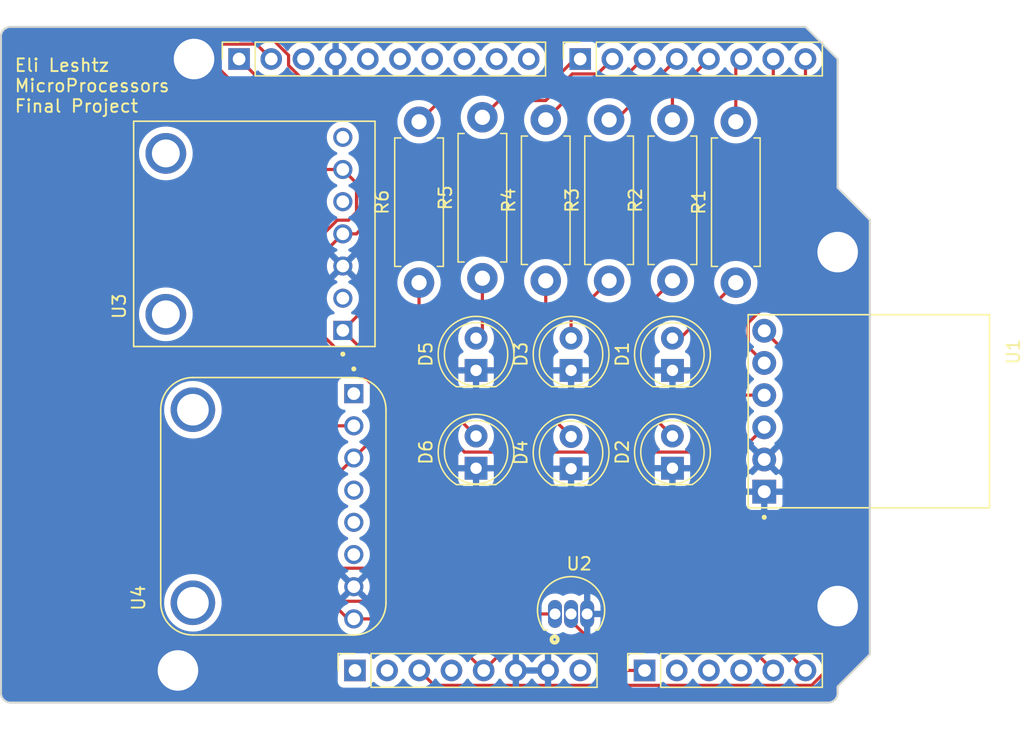
<source format=kicad_pcb>
(kicad_pcb (version 20240108) (generator "pcbnew") (generator_version "8.0")
  (title_block (date "mar. 31 mars 2015"))
  (layers (0 "F.Cu" signal) (31 "B.Cu" signal) (34 "B.Paste" user) (35 "F.Paste" user) (36 "B.SilkS" user "B.Silkscreen") (37 "F.SilkS" user "F.Silkscreen") (38 "B.Mask" user) (39 "F.Mask" user) (44 "Edge.Cuts" user))
  (net 0 "")
  (net 1 "GND")
  (net 3 "+5V")
  (net 4 "/IOREF")
  (net 5 "/A0")
  (net 6 "/A1")
  (net 7 "/A2")
  (net 8 "/A3")
  (net 9 "/SDA{slash}A4")
  (net 10 "/SCL{slash}A5")
  (net 11 "/13")
  (net 12 "/12")
  (net 13 "/AREF")
  (net 14 "/8")
  (net 15 "/7")
  (net 16 "/*11")
  (net 17 "/*10")
  (net 18 "/*9")
  (net 19 "/4")
  (net 20 "/2")
  (net 21 "/*6")
  (net 22 "/*5")
  (net 23 "/TX{slash}1")
  (net 24 "/*3")
  (net 25 "/RX{slash}0")
  (net 26 "+3V3")
  (net 27 "VCC")
  (net 28 "/Reset")
  (net 29 "Net-(D1-A)")
  (net 30 "Net-(D2-A)")
  (net 31 "Net-(D3-A)")
  (net 32 "Net-(D4-A)")
  (net 33 "Net-(D5-A)")
  (net 34 "Net-(D6-A)")
  (footprint "Connector_PinSocket_2.54mm:PinSocket_1x08_P2.54mm_Vertical" (layer "F.Cu") (at 127.94 97.46 90)
    (property "Reference" "J1" (hide yes))
    (property "Value" "Power")
    (fp_line (start 1.33 -1.33) (end 1.33 0) (stroke (width 0.12)) (layer "F.SilkS"))
    (fp_line (start 0 -1.33) (end 1.33 -1.33) (stroke (width 0.12)) (layer "F.SilkS"))
    (fp_line (start 1.33 1.27) (end 1.33 19.11) (stroke (width 0.12)) (layer "F.SilkS"))
    (fp_line (start -1.33 1.27) (end 1.33 1.27) (stroke (width 0.12)) (layer "F.SilkS"))
    (fp_line (start -1.33 1.27) (end -1.33 19.11) (stroke (width 0.12)) (layer "F.SilkS"))
    (fp_line (start -1.33 19.11) (end 1.33 19.11) (stroke (width 0.12)) (layer "F.SilkS"))
    (pad "1" thru_hole rect (at 0 0 90) (size 1.7 1.7) (drill 1) (layers "*.Cu" "*.Mask"))
    (pad "2" thru_hole oval (at 0 2.54 90) (size 1.7 1.7) (drill 1) (layers "*.Cu" "*.Mask") (net 4 "/IOREF"))
    (pad "3" thru_hole oval (at 0 5.08 90) (size 1.7 1.7) (drill 1) (layers "*.Cu" "*.Mask") (net 28 "/Reset"))
    (pad "4" thru_hole oval (at 0 7.62 90) (size 1.7 1.7) (drill 1) (layers "*.Cu" "*.Mask") (net 26 "+3V3"))
    (pad "5" thru_hole oval (at 0 10.16 90) (size 1.7 1.7) (drill 1) (layers "*.Cu" "*.Mask") (net 3 "+5V"))
    (pad "6" thru_hole oval (at 0 12.7 90) (size 1.7 1.7) (drill 1) (layers "*.Cu" "*.Mask") (net 1 "GND"))
    (pad "7" thru_hole oval (at 0 15.24 90) (size 1.7 1.7) (drill 1) (layers "*.Cu" "*.Mask") (net 1 "GND"))
    (pad "8" thru_hole oval (at 0 17.78 90) (size 1.7 1.7) (drill 1) (layers "*.Cu" "*.Mask") (net 27 "VCC"))
  )
  (footprint "Connector_PinSocket_2.54mm:PinSocket_1x06_P2.54mm_Vertical" (layer "F.Cu") (at 150.8 97.46 90)
    (property "Reference" "J3" (hide yes))
    (property "Value" "Analog")
    (fp_line (start 1.33 -1.33) (end 1.33 0) (stroke (width 0.12)) (layer "F.SilkS"))
    (fp_line (start 0 -1.33) (end 1.33 -1.33) (stroke (width 0.12)) (layer "F.SilkS"))
    (fp_line (start 1.33 1.27) (end 1.33 14.03) (stroke (width 0.12)) (layer "F.SilkS"))
    (fp_line (start -1.33 1.27) (end 1.33 1.27) (stroke (width 0.12)) (layer "F.SilkS"))
    (fp_line (start -1.33 1.27) (end -1.33 14.03) (stroke (width 0.12)) (layer "F.SilkS"))
    (fp_line (start -1.33 14.03) (end 1.33 14.03) (stroke (width 0.12)) (layer "F.SilkS"))
    (pad "1" thru_hole rect (at 0 0 90) (size 1.7 1.7) (drill 1) (layers "*.Cu" "*.Mask") (net 5 "/A0"))
    (pad "2" thru_hole oval (at 0 2.54 90) (size 1.7 1.7) (drill 1) (layers "*.Cu" "*.Mask") (net 6 "/A1"))
    (pad "3" thru_hole oval (at 0 5.08 90) (size 1.7 1.7) (drill 1) (layers "*.Cu" "*.Mask") (net 7 "/A2"))
    (pad "4" thru_hole oval (at 0 7.62 90) (size 1.7 1.7) (drill 1) (layers "*.Cu" "*.Mask") (net 8 "/A3"))
    (pad "5" thru_hole oval (at 0 10.16 90) (size 1.7 1.7) (drill 1) (layers "*.Cu" "*.Mask") (net 9 "/SDA{slash}A4"))
    (pad "6" thru_hole oval (at 0 12.7 90) (size 1.7 1.7) (drill 1) (layers "*.Cu" "*.Mask") (net 10 "/SCL{slash}A5"))
  )
  (footprint "Connector_PinSocket_2.54mm:PinSocket_1x10_P2.54mm_Vertical" (layer "F.Cu") (at 118.796 49.2 90)
    (property "Reference" "J2" (hide yes))
    (property "Value" "Digital/PWM")
    (fp_line (start 1.33 -1.33) (end 1.33 0) (stroke (width 0.12)) (layer "F.SilkS"))
    (fp_line (start 0 -1.33) (end 1.33 -1.33) (stroke (width 0.12)) (layer "F.SilkS"))
    (fp_line (start 1.33 1.27) (end 1.33 24.19) (stroke (width 0.12)) (layer "F.SilkS"))
    (fp_line (start -1.33 1.27) (end 1.33 1.27) (stroke (width 0.12)) (layer "F.SilkS"))
    (fp_line (start -1.33 1.27) (end -1.33 24.19) (stroke (width 0.12)) (layer "F.SilkS"))
    (fp_line (start -1.33 24.19) (end 1.33 24.19) (stroke (width 0.12)) (layer "F.SilkS"))
    (pad "1" thru_hole rect (at 0 0 90) (size 1.7 1.7) (drill 1) (layers "*.Cu" "*.Mask") (net 10 "/SCL{slash}A5"))
    (pad "2" thru_hole oval (at 0 2.54 90) (size 1.7 1.7) (drill 1) (layers "*.Cu" "*.Mask") (net 9 "/SDA{slash}A4"))
    (pad "3" thru_hole oval (at 0 5.08 90) (size 1.7 1.7) (drill 1) (layers "*.Cu" "*.Mask") (net 13 "/AREF"))
    (pad "4" thru_hole oval (at 0 7.62 90) (size 1.7 1.7) (drill 1) (layers "*.Cu" "*.Mask") (net 1 "GND"))
    (pad "5" thru_hole oval (at 0 10.16 90) (size 1.7 1.7) (drill 1) (layers "*.Cu" "*.Mask") (net 11 "/13"))
    (pad "6" thru_hole oval (at 0 12.7 90) (size 1.7 1.7) (drill 1) (layers "*.Cu" "*.Mask") (net 12 "/12"))
    (pad "7" thru_hole oval (at 0 15.24 90) (size 1.7 1.7) (drill 1) (layers "*.Cu" "*.Mask") (net 16 "/*11"))
    (pad "8" thru_hole oval (at 0 17.78 90) (size 1.7 1.7) (drill 1) (layers "*.Cu" "*.Mask") (net 17 "/*10"))
    (pad "9" thru_hole oval (at 0 20.32 90) (size 1.7 1.7) (drill 1) (layers "*.Cu" "*.Mask") (net 18 "/*9"))
    (pad "10" thru_hole oval (at 0 22.86 90) (size 1.7 1.7) (drill 1) (layers "*.Cu" "*.Mask") (net 14 "/8"))
  )
  (footprint "Connector_PinSocket_2.54mm:PinSocket_1x08_P2.54mm_Vertical" (layer "F.Cu") (at 145.72 49.2 90)
    (property "Reference" "J4" (hide yes))
    (property "Value" "Digital/PWM")
    (fp_line (start 1.33 -1.33) (end 1.33 0) (stroke (width 0.12)) (layer "F.SilkS"))
    (fp_line (start 0 -1.33) (end 1.33 -1.33) (stroke (width 0.12)) (layer "F.SilkS"))
    (fp_line (start 1.33 1.27) (end 1.33 19.11) (stroke (width 0.12)) (layer "F.SilkS"))
    (fp_line (start -1.33 1.27) (end 1.33 1.27) (stroke (width 0.12)) (layer "F.SilkS"))
    (fp_line (start -1.33 1.27) (end -1.33 19.11) (stroke (width 0.12)) (layer "F.SilkS"))
    (fp_line (start -1.33 19.11) (end 1.33 19.11) (stroke (width 0.12)) (layer "F.SilkS"))
    (pad "1" thru_hole rect (at 0 0 90) (size 1.7 1.7) (drill 1) (layers "*.Cu" "*.Mask") (net 15 "/7"))
    (pad "2" thru_hole oval (at 0 2.54 90) (size 1.7 1.7) (drill 1) (layers "*.Cu" "*.Mask") (net 21 "/*6"))
    (pad "3" thru_hole oval (at 0 5.08 90) (size 1.7 1.7) (drill 1) (layers "*.Cu" "*.Mask") (net 22 "/*5"))
    (pad "4" thru_hole oval (at 0 7.62 90) (size 1.7 1.7) (drill 1) (layers "*.Cu" "*.Mask") (net 19 "/4"))
    (pad "5" thru_hole oval (at 0 10.16 90) (size 1.7 1.7) (drill 1) (layers "*.Cu" "*.Mask") (net 24 "/*3"))
    (pad "6" thru_hole oval (at 0 12.7 90) (size 1.7 1.7) (drill 1) (layers "*.Cu" "*.Mask") (net 20 "/2"))
    (pad "7" thru_hole oval (at 0 15.24 90) (size 1.7 1.7) (drill 1) (layers "*.Cu" "*.Mask") (net 23 "/TX{slash}1"))
    (pad "8" thru_hole oval (at 0 17.78 90) (size 1.7 1.7) (drill 1) (layers "*.Cu" "*.Mask") (net 25 "/RX{slash}0"))
  )
  (footprint "TMP36:TO92127P521H733-3" (layer "F.Cu") (at 145 92.22)
    (property "Reference" "U2" (at 0.635 -3.175 0) (layer "F.SilkS"))
    (property "Value" "TMP36")
    (fp_line (start -2.144 2.043) (end -1.9 2.043) (stroke (width 0.127)) (layer "F.SilkS"))
    (fp_line (start 1.906 2.043) (end 2.144 2.043) (stroke (width 0.127)) (layer "F.SilkS"))
    (fp_arc (start -2.144 2.043) (mid 0 -2.164837) (end 2.144 2.043) (stroke (width 0.127)) (layer "F.SilkS"))
    (fp_circle (center -1.3 2.8) (end -1.2 2.8) (stroke (width 0.3)) (fill none) (layer "F.SilkS"))
    (pad "1" thru_hole oval (at -1.27 0.78) (size 1.1 2.2) (drill 0.87) (layers "*.Cu" "*.Mask") (net 3 "+5V"))
    (pad "2" thru_hole oval (at 0 0.78) (size 1.1 2.2) (drill 0.87) (layers "*.Cu" "*.Mask") (net 5 "/A0"))
    (pad "3" thru_hole oval (at 1.27 0.78) (size 1.1 2.2) (drill 0.87) (layers "*.Cu" "*.Mask") (net 1 "GND"))
  )
  (footprint "LED_THT:LED_D5.0mm" (layer "F.Cu") (at 145 81.54 90)
    (property "Reference" "D4" (at 1.27 -3.96 90) (layer "F.SilkS"))
    (property "Value" "LED")
    (fp_line (start -1.29 -1.545) (end -1.29 1.545) (stroke (width 0.12)) (layer "F.SilkS"))
    (fp_arc (start -1.29 -1.54483) (mid 2.071756 -2.880501) (end 4.26 -0.000048) (stroke (width 0.12)) (layer "F.SilkS"))
    (fp_arc (start 4.26 0.000048) (mid 2.071756 2.880501) (end -1.29 1.54483) (stroke (width 0.12)) (layer "F.SilkS"))
    (fp_circle (center 1.27 0) (end 3.77 0) (stroke (width 0.12)) (fill none) (layer "F.SilkS"))
    (pad "1" thru_hole rect (at 0 0 90) (size 1.8 1.8) (drill 0.9) (layers "*.Cu" "*.Mask") (net 1 "GND"))
    (pad "2" thru_hole circle (at 2.54 0 90) (size 1.8 1.8) (drill 0.9) (layers "*.Cu" "*.Mask") (net 32 "Net-(D4-A)"))
  )
  (footprint "Open Log:MODULE_DEV-13712" (layer "F.Cu") (at 168.5 77 -90)
    (property "Reference" "U1" (at -4.695 -11.41 90) (layer "F.SilkS"))
    (property "Value" "Open Log Board")
    (fp_line (start -7.62 9.525) (end -7.62 -9.525) (stroke (width 0.127)) (layer "F.SilkS"))
    (fp_line (start 7.62 9.525) (end -7.62 9.525) (stroke (width 0.127)) (layer "F.SilkS"))
    (fp_line (start -7.62 -9.525) (end 7.62 -9.525) (stroke (width 0.127)) (layer "F.SilkS"))
    (fp_line (start 7.62 -9.525) (end 7.62 9.525) (stroke (width 0.127)) (layer "F.SilkS"))
    (fp_circle (center 8.37 8.255) (end 8.47 8.255) (stroke (width 0.2)) (fill none) (layer "F.SilkS"))
    (pad "1" thru_hole rect (at 6.35 8.255 270) (size 1.8796 1.8796) (drill 1.016) (layers "*.Cu" "*.Mask") (net 1 "GND"))
    (pad "2" thru_hole circle (at 3.81 8.255 270) (size 1.8796 1.8796) (drill 1.016) (layers "*.Cu" "*.Mask") (net 1 "GND"))
    (pad "3" thru_hole circle (at 1.27 8.255 270) (size 1.8796 1.8796) (drill 1.016) (layers "*.Cu" "*.Mask") (net 3 "+5V"))
    (pad "4" thru_hole circle (at -1.27 8.255 270) (size 1.8796 1.8796) (drill 1.016) (layers "*.Cu" "*.Mask") (net 23 "/TX{slash}1"))
    (pad "5" thru_hole circle (at -3.81 8.255 270) (size 1.8796 1.8796) (drill 1.016) (layers "*.Cu" "*.Mask") (net 25 "/RX{slash}0"))
    (pad "6" thru_hole circle (at -6.35 8.255 270) (size 1.8796 1.8796) (drill 1.016) (layers "*.Cu" "*.Mask") (net 28 "/Reset"))
  )
  (footprint "Resistor_THT:R_Axial_DIN0411_L9.9mm_D3.6mm_P12.70mm_Horizontal" (layer "F.Cu") (at 148 66.7 90)
    (property "Reference" "R3" (at 6.35 -2.92 90) (layer "F.SilkS"))
    (property "Value" "R")
    (fp_line (start 11.42 -1.92) (end 11.42 -1.44) (stroke (width 0.12)) (layer "F.SilkS"))
    (fp_line (start 1.28 -1.92) (end 11.42 -1.92) (stroke (width 0.12)) (layer "F.SilkS"))
    (fp_line (start 1.28 -1.44) (end 1.28 -1.92) (stroke (width 0.12)) (layer "F.SilkS"))
    (fp_line (start 1.28 1.44) (end 1.28 1.92) (stroke (width 0.12)) (layer "F.SilkS"))
    (fp_line (start 11.42 1.92) (end 11.42 1.44) (stroke (width 0.12)) (layer "F.SilkS"))
    (fp_line (start 1.28 1.92) (end 11.42 1.92) (stroke (width 0.12)) (layer "F.SilkS"))
    (pad "1" thru_hole circle (at 0 0 90) (size 2.4 2.4) (drill 1.2) (layers "*.Cu" "*.Mask") (net 31 "Net-(D3-A)"))
    (pad "2" thru_hole oval (at 12.7 0 90) (size 2.4 2.4) (drill 1.2) (layers "*.Cu" "*.Mask") (net 19 "/4"))
  )
  (footprint "LED_THT:LED_D5.0mm" (layer "F.Cu") (at 153 81.5 90)
    (property "Reference" "D2" (at 1.27 -3.96 90) (layer "F.SilkS"))
    (property "Value" "LED")
    (fp_line (start -1.29 -1.545) (end -1.29 1.545) (stroke (width 0.12)) (layer "F.SilkS"))
    (fp_arc (start -1.29 -1.54483) (mid 2.071756 -2.880501) (end 4.26 -0.000048) (stroke (width 0.12)) (layer "F.SilkS"))
    (fp_arc (start 4.26 0.000048) (mid 2.071756 2.880501) (end -1.29 1.54483) (stroke (width 0.12)) (layer "F.SilkS"))
    (fp_circle (center 1.27 0) (end 3.77 0) (stroke (width 0.12)) (fill none) (layer "F.SilkS"))
    (pad "1" thru_hole rect (at 0 0 90) (size 1.8 1.8) (drill 0.9) (layers "*.Cu" "*.Mask") (net 1 "GND"))
    (pad "2" thru_hole circle (at 2.54 0 90) (size 1.8 1.8) (drill 0.9) (layers "*.Cu" "*.Mask") (net 30 "Net-(D2-A)"))
  )
  (footprint "Resistor_THT:R_Axial_DIN0411_L9.9mm_D3.6mm_P12.70mm_Horizontal" (layer "F.Cu") (at 153 66.7 90)
    (property "Reference" "R2" (at 6.35 -2.92 90) (layer "F.SilkS"))
    (property "Value" "R")
    (fp_line (start 11.42 -1.92) (end 11.42 -1.44) (stroke (width 0.12)) (layer "F.SilkS"))
    (fp_line (start 1.28 -1.92) (end 11.42 -1.92) (stroke (width 0.12)) (layer "F.SilkS"))
    (fp_line (start 1.28 -1.44) (end 1.28 -1.92) (stroke (width 0.12)) (layer "F.SilkS"))
    (fp_line (start 1.28 1.44) (end 1.28 1.92) (stroke (width 0.12)) (layer "F.SilkS"))
    (fp_line (start 11.42 1.92) (end 11.42 1.44) (stroke (width 0.12)) (layer "F.SilkS"))
    (fp_line (start 1.28 1.92) (end 11.42 1.92) (stroke (width 0.12)) (layer "F.SilkS"))
    (pad "1" thru_hole circle (at 0 0 90) (size 2.4 2.4) (drill 1.2) (layers "*.Cu" "*.Mask") (net 30 "Net-(D2-A)"))
    (pad "2" thru_hole oval (at 12.7 0 90) (size 2.4 2.4) (drill 1.2) (layers "*.Cu" "*.Mask") (net 24 "/*3"))
  )
  (footprint "Arduino_MountingHole:MountingHole_3.2mm" (layer "F.Cu") (at 115.24 49.2)
    (property "Reference" "MH1" (hide yes))
    (property "Value" "MountingHole_3.2mm" (hide yes))
    (pad "" np_thru_hole circle (at 0 0) (size 3.2 3.2) (drill 3.2) (layers "*.Cu" "*.Mask"))
  )
  (footprint "Resistor_THT:R_Axial_DIN0411_L9.9mm_D3.6mm_P12.70mm_Horizontal" (layer "F.Cu") (at 143 66.7 90)
    (property "Reference" "R4" (at 6.35 -2.92 90) (layer "F.SilkS"))
    (property "Value" "R")
    (fp_line (start 11.42 -1.92) (end 11.42 -1.44) (stroke (width 0.12)) (layer "F.SilkS"))
    (fp_line (start 1.28 -1.92) (end 11.42 -1.92) (stroke (width 0.12)) (layer "F.SilkS"))
    (fp_line (start 1.28 -1.44) (end 1.28 -1.92) (stroke (width 0.12)) (layer "F.SilkS"))
    (fp_line (start 1.28 1.44) (end 1.28 1.92) (stroke (width 0.12)) (layer "F.SilkS"))
    (fp_line (start 11.42 1.92) (end 11.42 1.44) (stroke (width 0.12)) (layer "F.SilkS"))
    (fp_line (start 1.28 1.92) (end 11.42 1.92) (stroke (width 0.12)) (layer "F.SilkS"))
    (pad "1" thru_hole circle (at 0 0 90) (size 2.4 2.4) (drill 1.2) (layers "*.Cu" "*.Mask") (net 32 "Net-(D4-A)"))
    (pad "2" thru_hole oval (at 12.7 0 90) (size 2.4 2.4) (drill 1.2) (layers "*.Cu" "*.Mask") (net 22 "/*5"))
  )
  (footprint "Resistor_THT:R_Axial_DIN0411_L9.9mm_D3.6mm_P12.70mm_Horizontal" (layer "F.Cu") (at 138 66.5 90)
    (property "Reference" "R5" (at 6.35 -2.92 90) (layer "F.SilkS"))
    (property "Value" "R")
    (fp_line (start 11.42 -1.92) (end 11.42 -1.44) (stroke (width 0.12)) (layer "F.SilkS"))
    (fp_line (start 1.28 -1.92) (end 11.42 -1.92) (stroke (width 0.12)) (layer "F.SilkS"))
    (fp_line (start 1.28 -1.44) (end 1.28 -1.92) (stroke (width 0.12)) (layer "F.SilkS"))
    (fp_line (start 1.28 1.44) (end 1.28 1.92) (stroke (width 0.12)) (layer "F.SilkS"))
    (fp_line (start 11.42 1.92) (end 11.42 1.44) (stroke (width 0.12)) (layer "F.SilkS"))
    (fp_line (start 1.28 1.92) (end 11.42 1.92) (stroke (width 0.12)) (layer "F.SilkS"))
    (pad "1" thru_hole circle (at 0 0 90) (size 2.4 2.4) (drill 1.2) (layers "*.Cu" "*.Mask") (net 33 "Net-(D5-A)"))
    (pad "2" thru_hole oval (at 12.7 0 90) (size 2.4 2.4) (drill 1.2) (layers "*.Cu" "*.Mask") (net 21 "/*6"))
  )
  (footprint "BME280:MODULE_2652" (layer "F.Cu") (at 120 63 90)
    (property "Reference" "U3" (at -5.715 -10.66 90) (layer "F.SilkS"))
    (property "Value" "BME280")
    (fp_line (start 8.89 -9.525) (end 8.89 9.525) (stroke (width 0.127)) (layer "F.SilkS"))
    (fp_line (start -8.89 -9.525) (end 8.89 -9.525) (stroke (width 0.127)) (layer "F.SilkS"))
    (fp_line (start 8.89 9.525) (end -8.89 9.525) (stroke (width 0.127)) (layer "F.SilkS"))
    (fp_line (start -8.89 9.525) (end -8.89 -9.525) (stroke (width 0.127)) (layer "F.SilkS"))
    (fp_circle (center -9.49 6.985) (end -9.39 6.985) (stroke (width 0.2)) (fill none) (layer "F.SilkS"))
    (pad "1" thru_hole rect (at -7.62 6.985 90) (size 1.508 1.508) (drill 1) (layers "*.Cu" "*.Mask") (net 3 "+5V"))
    (pad "2" thru_hole circle (at -5.08 6.985 90) (size 1.508 1.508) (drill 1) (layers "*.Cu" "*.Mask"))
    (pad "3" thru_hole circle (at -2.54 6.985 90) (size 1.508 1.508) (drill 1) (layers "*.Cu" "*.Mask") (net 1 "GND"))
    (pad "4" thru_hole circle (at 0 6.985 90) (size 1.508 1.508) (drill 1) (layers "*.Cu" "*.Mask") (net 10 "/SCL{slash}A5"))
    (pad "5" thru_hole circle (at 2.54 6.985 90) (size 1.508 1.508) (drill 1) (layers "*.Cu" "*.Mask"))
    (pad "6" thru_hole circle (at 5.08 6.985 90) (size 1.508 1.508) (drill 1) (layers "*.Cu" "*.Mask") (net 9 "/SDA{slash}A4"))
    (pad "7" thru_hole circle (at 7.62 6.985 90) (size 1.508 1.508) (drill 1) (layers "*.Cu" "*.Mask"))
    (pad "P1" thru_hole circle (at -6.35 -6.985 90) (size 3.216 3.216) (drill 2.2) (layers "*.Cu" "*.Mask"))
    (pad "P2" thru_hole circle (at 6.35 -6.985 90) (size 3.216 3.216) (drill 2.2) (layers "*.Cu" "*.Mask"))
  )
  (footprint "Adafruit 2019:MODULE_2019" (layer "F.Cu") (at 121.5 84.5 90)
    (property "Reference" "U4" (at -7.235 -10.635 90) (layer "F.SilkS"))
    (property "Value" "2019")
    (fp_line (start -7.62 -8.89) (end 7.62 -8.89) (stroke (width 0.127)) (layer "F.SilkS"))
    (fp_line (start 10.16 -6.35) (end 10.16 6.35) (stroke (width 0.127)) (layer "F.SilkS"))
    (fp_line (start -10.16 6.35) (end -10.16 -6.35) (stroke (width 0.127)) (layer "F.SilkS"))
    (fp_line (start 7.62 8.89) (end -7.62 8.89) (stroke (width 0.127)) (layer "F.SilkS"))
    (fp_arc (start 7.62 -8.89) (mid 9.416051 -8.146051) (end 10.16 -6.35) (stroke (width 0.127)) (layer "F.SilkS"))
    (fp_arc (start -10.16 -6.35) (mid -9.416051 -8.146051) (end -7.62 -8.89) (stroke (width 0.127)) (layer "F.SilkS"))
    (fp_arc (start 10.16 6.35) (mid 9.416051 8.146051) (end 7.62 8.89) (stroke (width 0.127)) (layer "F.SilkS"))
    (fp_arc (start -7.62 8.89) (mid -9.416051 8.146051) (end -10.16 6.35) (stroke (width 0.127)) (layer "F.SilkS"))
    (fp_circle (center 10.84 6.35) (end 10.94 6.35) (stroke (width 0.2)) (fill none) (layer "F.SilkS"))
    (pad "1" thru_hole rect (at 8.89 6.35 90) (size 1.508 1.508) (drill 1) (layers "*.Cu" "*.Mask"))
    (pad "2" thru_hole circle (at 6.35 6.35 90) (size 1.508 1.508) (drill 1) (layers "*.Cu" "*.Mask") (net 9 "/SDA{slash}A4"))
    (pad "3" thru_hole circle (at 3.81 6.35 90) (size 1.508 1.508) (drill 1) (layers "*.Cu" "*.Mask") (net 10 "/SCL{slash}A5"))
    (pad "4" thru_hole circle (at 1.27 6.35 90) (size 1.508 1.508) (drill 1) (layers "*.Cu" "*.Mask"))
    (pad "5" thru_hole circle (at -1.27 6.35 90) (size 1.508 1.508) (drill 1) (layers "*.Cu" "*.Mask"))
    (pad "6" thru_hole circle (at -3.81 6.35 90) (size 1.508 1.508) (drill 1) (layers "*.Cu" "*.Mask"))
    (pad "7" thru_hole circle (at -6.35 6.35 90) (size 1.508 1.508) (drill 1) (layers "*.Cu" "*.Mask") (net 1 "GND"))
    (pad "8" thru_hole circle (at -8.89 6.35 90) (size 1.508 1.508) (drill 1) (layers "*.Cu" "*.Mask") (net 3 "+5V"))
    (pad "P1" thru_hole circle (at -7.62 -6.35 90) (size 3.516 3.516) (drill 2.5) (layers "*.Cu" "*.Mask"))
    (pad "P2" thru_hole circle (at 7.62 -6.35 90) (size 3.516 3.516) (drill 2.5) (layers "*.Cu" "*.Mask"))
  )
  (footprint "LED_THT:LED_D5.0mm" (layer "F.Cu") (at 137.5 81.5 90)
    (property "Reference" "D6" (at 1.27 -3.96 90) (layer "F.SilkS"))
    (property "Value" "LED")
    (fp_line (start -1.29 -1.545) (end -1.29 1.545) (stroke (width 0.12)) (layer "F.SilkS"))
    (fp_arc (start -1.29 -1.54483) (mid 2.071756 -2.880501) (end 4.26 -0.000048) (stroke (width 0.12)) (layer "F.SilkS"))
    (fp_arc (start 4.26 0.000048) (mid 2.071756 2.880501) (end -1.29 1.54483) (stroke (width 0.12)) (layer "F.SilkS"))
    (fp_circle (center 1.27 0) (end 3.77 0) (stroke (width 0.12)) (fill none) (layer "F.SilkS"))
    (pad "1" thru_hole rect (at 0 0 90) (size 1.8 1.8) (drill 0.9) (layers "*.Cu" "*.Mask") (net 1 "GND"))
    (pad "2" thru_hole circle (at 2.54 0 90) (size 1.8 1.8) (drill 0.9) (layers "*.Cu" "*.Mask") (net 34 "Net-(D6-A)"))
  )
  (footprint "Resistor_THT:R_Axial_DIN0411_L9.9mm_D3.6mm_P12.70mm_Horizontal" (layer "F.Cu") (at 158 66.85 90)
    (property "Reference" "R1" (at 6.35 -2.92 90) (layer "F.SilkS"))
    (property "Value" "R")
    (fp_line (start 11.42 -1.92) (end 11.42 -1.44) (stroke (width 0.12)) (layer "F.SilkS"))
    (fp_line (start 1.28 -1.92) (end 11.42 -1.92) (stroke (width 0.12)) (layer "F.SilkS"))
    (fp_line (start 1.28 -1.44) (end 1.28 -1.92) (stroke (width 0.12)) (layer "F.SilkS"))
    (fp_line (start 1.28 1.44) (end 1.28 1.92) (stroke (width 0.12)) (layer "F.SilkS"))
    (fp_line (start 11.42 1.92) (end 11.42 1.44) (stroke (width 0.12)) (layer "F.SilkS"))
    (fp_line (start 1.28 1.92) (end 11.42 1.92) (stroke (width 0.12)) (layer "F.SilkS"))
    (pad "1" thru_hole circle (at 0 0 90) (size 2.4 2.4) (drill 1.2) (layers "*.Cu" "*.Mask") (net 29 "Net-(D1-A)"))
    (pad "2" thru_hole oval (at 12.7 0 90) (size 2.4 2.4) (drill 1.2) (layers "*.Cu" "*.Mask") (net 20 "/2"))
  )
  (footprint "LED_THT:LED_D5.0mm" (layer "F.Cu") (at 145 73.775 90)
    (property "Reference" "D3" (at 1.27 -3.96 90) (layer "F.SilkS"))
    (property "Value" "LED")
    (fp_line (start -1.29 -1.545) (end -1.29 1.545) (stroke (width 0.12)) (layer "F.SilkS"))
    (fp_arc (start -1.29 -1.54483) (mid 2.071756 -2.880501) (end 4.26 -0.000048) (stroke (width 0.12)) (layer "F.SilkS"))
    (fp_arc (start 4.26 0.000048) (mid 2.071756 2.880501) (end -1.29 1.54483) (stroke (width 0.12)) (layer "F.SilkS"))
    (fp_circle (center 1.27 0) (end 3.77 0) (stroke (width 0.12)) (fill none) (layer "F.SilkS"))
    (pad "1" thru_hole rect (at 0 0 90) (size 1.8 1.8) (drill 0.9) (layers "*.Cu" "*.Mask") (net 1 "GND"))
    (pad "2" thru_hole circle (at 2.54 0 90) (size 1.8 1.8) (drill 0.9) (layers "*.Cu" "*.Mask") (net 31 "Net-(D3-A)"))
  )
  (footprint "LED_THT:LED_D5.0mm" (layer "F.Cu") (at 153 73.775 90)
    (property "Reference" "D1" (at 1.27 -3.96 90) (layer "F.SilkS"))
    (property "Value" "LED")
    (fp_line (start -1.29 -1.545) (end -1.29 1.545) (stroke (width 0.12)) (layer "F.SilkS"))
    (fp_arc (start -1.29 -1.54483) (mid 2.071756 -2.880501) (end 4.26 -0.000048) (stroke (width 0.12)) (layer "F.SilkS"))
    (fp_arc (start 4.26 0.000048) (mid 2.071756 2.880501) (end -1.29 1.54483) (stroke (width 0.12)) (layer "F.SilkS"))
    (fp_circle (center 1.27 0) (end 3.77 0) (stroke (width 0.12)) (fill none) (layer "F.SilkS"))
    (pad "1" thru_hole rect (at 0 0 90) (size 1.8 1.8) (drill 0.9) (layers "*.Cu" "*.Mask") (net 1 "GND"))
    (pad "2" thru_hole circle (at 2.54 0 90) (size 1.8 1.8) (drill 0.9) (layers "*.Cu" "*.Mask") (net 29 "Net-(D1-A)"))
  )
  (footprint "Arduino_MountingHole:MountingHole_3.2mm" (layer "F.Cu") (at 113.97 97.46)
    (property "Reference" "MH2" (hide yes))
    (property "Value" "MountingHole_3.2mm" (hide yes))
    (pad "" np_thru_hole circle (at 0 0) (size 3.2 3.2) (drill 3.2) (layers "*.Cu" "*.Mask"))
  )
  (footprint "Arduino_MountingHole:MountingHole_3.2mm" (layer "F.Cu") (at 166.04 64.44)
    (property "Reference" "MH3" (hide yes))
    (property "Value" "MountingHole_3.2mm" (hide yes))
    (pad "" np_thru_hole circle (at 0 0) (size 3.2 3.2) (drill 3.2) (layers "*.Cu" "*.Mask"))
  )
  (footprint "Arduino_MountingHole:MountingHole_3.2mm" (layer "F.Cu") (at 166.04 92.38)
    (property "Reference" "MH4" (hide yes))
    (property "Value" "MountingHole_3.2mm" (hide yes))
    (pad "" np_thru_hole circle (at 0 0) (size 3.2 3.2) (drill 3.2) (layers "*.Cu" "*.Mask"))
  )
  (footprint "LED_THT:LED_D5.0mm" (layer "F.Cu") (at 137.5 73.775 90)
    (property "Reference" "D5" (at 1.27 -3.96 90) (layer "F.SilkS"))
    (property "Value" "LED")
    (fp_line (start -1.29 -1.545) (end -1.29 1.545) (stroke (width 0.12)) (layer "F.SilkS"))
    (fp_arc (start -1.29 -1.54483) (mid 2.071756 -2.880501) (end 4.26 -0.000048) (stroke (width 0.12)) (layer "F.SilkS"))
    (fp_arc (start 4.26 0.000048) (mid 2.071756 2.880501) (end -1.29 1.54483) (stroke (width 0.12)) (layer "F.SilkS"))
    (fp_circle (center 1.27 0) (end 3.77 0) (stroke (width 0.12)) (fill none) (layer "F.SilkS"))
    (pad "1" thru_hole rect (at 0 0 90) (size 1.8 1.8) (drill 0.9) (layers "*.Cu" "*.Mask") (net 1 "GND"))
    (pad "2" thru_hole circle (at 2.54 0 90) (size 1.8 1.8) (drill 0.9) (layers "*.Cu" "*.Mask") (net 33 "Net-(D5-A)"))
  )
  (footprint "Resistor_THT:R_Axial_DIN0411_L9.9mm_D3.6mm_P12.70mm_Horizontal" (layer "F.Cu") (at 133 66.85 90)
    (property "Reference" "R6" (at 6.35 -2.92 90) (layer "F.SilkS"))
    (property "Value" "R")
    (fp_line (start 11.42 -1.92) (end 11.42 -1.44) (stroke (width 0.12)) (layer "F.SilkS"))
    (fp_line (start 1.28 -1.92) (end 11.42 -1.92) (stroke (width 0.12)) (layer "F.SilkS"))
    (fp_line (start 1.28 -1.44) (end 1.28 -1.92) (stroke (width 0.12)) (layer "F.SilkS"))
    (fp_line (start 1.28 1.44) (end 1.28 1.92) (stroke (width 0.12)) (layer "F.SilkS"))
    (fp_line (start 11.42 1.92) (end 11.42 1.44) (stroke (width 0.12)) (layer "F.SilkS"))
    (fp_line (start 1.28 1.92) (end 11.42 1.92) (stroke (width 0.12)) (layer "F.SilkS"))
    (pad "1" thru_hole circle (at 0 0 90) (size 2.4 2.4) (drill 1.2) (layers "*.Cu" "*.Mask") (net 34 "Net-(D6-A)"))
    (pad "2" thru_hole oval (at 12.7 0 90) (size 2.4 2.4) (drill 1.2) (layers "*.Cu" "*.Mask") (net 15 "/7"))
  )
  (gr_line (start 166.04 59.36) (end 168.58 61.9) (stroke (width 0.15)) (layer "Edge.Cuts"))
  (gr_line (start 100 99.238) (end 100 47.422) (stroke (width 0.15)) (layer "Edge.Cuts"))
  (gr_line (start 168.58 61.9) (end 168.58 96.19) (stroke (width 0.15)) (layer "Edge.Cuts"))
  (gr_line (start 165.278 100) (end 100.762 100) (stroke (width 0.15)) (layer "Edge.Cuts"))
  (gr_line (start 100.762 46.66) (end 163.5 46.66) (stroke (width 0.15)) (layer "Edge.Cuts"))
  (gr_arc (start 100.762 100) (mid 100.223185 99.776815) (end 100 99.238) (stroke (width 0.15)) (layer "Edge.Cuts"))
  (gr_line (start 168.58 96.19) (end 166.04 98.73) (stroke (width 0.15)) (layer "Edge.Cuts"))
  (gr_line (start 163.5 46.66) (end 166.04 49.2) (stroke (width 0.15)) (layer "Edge.Cuts"))
  (gr_arc (start 166.04 99.238) (mid 165.816815 99.776815) (end 165.278 100) (stroke (width 0.15)) (layer "Edge.Cuts"))
  (gr_line (start 166.04 49.2) (end 166.04 59.36) (stroke (width 0.15)) (layer "Edge.Cuts"))
  (gr_line (start 166.04 98.73) (end 166.04 99.238) (stroke (width 0.15)) (layer "Edge.Cuts"))
  (gr_arc (start 100 47.422) (mid 100.223185 46.883185) (end 100.762 46.66) (stroke (width 0.15)) (layer "Edge.Cuts"))
  (gr_text "Eli Leshtz\nMicroProcessors\nFinal Project" (at 101 53.5 0) (layer "F.SilkS") (effects (font (size 1 1)) (justify left bottom)))
  (segment (start 130 67.605) (end 126.985 70.62) (width 0.25) (layer "F.Cu") (net 3))
  (segment (start 127.85 93.39) (end 134.03 93.39) (width 0.25) (layer "F.Cu") (net 3))
  (segment (start 136.59 80.225) (end 126.985 70.62) (width 0.25) (layer "F.Cu") (net 3))
  (segment (start 122.701 49.701) (end 126.05 53.05) (width 0.25) (layer "F.Cu") (net 3))
  (segment (start 128.05 53.05) (end 130 55) (width 0.25) (layer "F.Cu") (net 3))
  (segment (start 122.300241 88.300241) (end 122.300241 58.699759) (width 0.25) (layer "F.Cu") (net 3))
  (segment (start 134.03 93.39) (end 138.1 97.46) (width 0.25) (layer "F.Cu") (net 3))
  (segment (start 113.515 48.485482) (end 114.525482 47.475) (width 0.25) (layer "F.Cu") (net 3))
  (segment (start 158.29 80.225) (end 136.59 80.225) (width 0.25) (layer "F.Cu") (net 3))
  (segment (start 127.85 93.39) (end 127.39 93.39) (width 0.25) (layer "F.Cu") (net 3))
  (segment (start 126.05 53.05) (end 128.05 53.05) (width 0.25) (layer "F.Cu") (net 3))
  (segment (start 114.525482 47.475) (end 121.272701 47.475) (width 0.25) (layer "F.Cu") (net 3))
  (segment (start 143.73 93) (end 142.56 93) (width 0.25) (layer "F.Cu") (net 3))
  (segment (start 113.515 49.914518) (end 113.515 48.485482) (width 0.25) (layer "F.Cu") (net 3))
  (segment (start 122.300241 58.699759) (end 113.515 49.914518) (width 0.25) (layer "F.Cu") (net 3))
  (segment (start 160.245 78.27) (end 158.29 80.225) (width 0.25) (layer "F.Cu") (net 3))
  (segment (start 127.39 93.39) (end 122.300241 88.300241) (width 0.25) (layer "F.Cu") (net 3))
  (segment (start 122.701 48.903299) (end 122.701 49.701) (width 0.25) (layer "F.Cu") (net 3))
  (segment (start 142.56 93) (end 138.1 97.46) (width 0.25) (layer "F.Cu") (net 3))
  (segment (start 121.272701 47.475) (end 122.701 48.903299) (width 0.25) (layer "F.Cu") (net 3))
  (segment (start 130 55) (end 130 67.605) (width 0.25) (layer "F.Cu") (net 3))
  (segment (start 148.91 97.46) (end 150.8 97.46) (width 0.25) (layer "F.Cu") (net 5))
  (segment (start 145 93) (end 145 93.55) (width 0.25) (layer "F.Cu") (net 5))
  (segment (start 145 93.55) (end 148.91 97.46) (width 0.25) (layer "F.Cu") (net 5))
  (segment (start 127 92) (end 126 91) (width 0.25) (layer "F.Cu") (net 9))
  (segment (start 126.538063 61.921) (end 124 64.459063) (width 0.25) (layer "F.Cu") (net 9))
  (segment (start 126 90) (end 125 89) (width 0.25) (layer "F.Cu") (net 9))
  (segment (start 126.985 57.92) (end 125.166 57.92) (width 0.25) (layer "F.Cu") (net 9))
  (segment (start 117 49.754) (end 117 48.5) (width 0.25) (layer "F.Cu") (net 9))
  (segment (start 126.35 78.15) (end 127.85 78.15) (width 0.25) (layer "F.Cu") (net 9))
  (segment (start 117.475 48.025) (end 120.161 48.025) (width 0.25) (layer "F.Cu") (net 9))
  (segment (start 124 75.8) (end 126.35 78.15) (width 0.25) (layer "F.Cu") (net 9))
  (segment (start 125.5 79) (end 126.35 78.15) (width 0.25) (layer "F.Cu") (net 9))
  (segment (start 124 64.459063) (end 124 75.8) (width 0.25) (layer "F.Cu") (net 9))
  (segment (start 128.064 58.999) (end 128.064 61.288937) (width 0.25) (layer "F.Cu") (net 9))
  (segment (start 128.064 61.288937) (end 127.431937 61.921) (width 0.25) (layer "F.Cu") (net 9))
  (segment (start 160.96 97.46) (end 154.155 90.655) (width 0.25) (layer "F.Cu") (net 9))
  (segment (start 125.5 80) (end 125.5 79) (width 0.25) (layer "F.Cu") (net 9))
  (segment (start 126 91) (end 126 90) (width 0.25) (layer "F.Cu") (net 9))
  (segment (start 126.985 57.92) (end 128.064 58.999) (width 0.25) (layer "F.Cu") (net 9))
  (segment (start 125 89) (end 125 80.5) (width 0.25) (layer "F.Cu") (net 9))
  (segment (start 117 48.5) (end 117.475 48.025) (width 0.25) (layer "F.Cu") (net 9))
  (segment (start 125 80.5) (end 125.5 80) (width 0.25) (layer "F.Cu") (net 9))
  (segment (start 120.161 48.025) (end 121.336 49.2) (width 0.25) (layer "F.Cu") (net 9))
  (segment (start 125.166 57.92) (end 117 49.754) (width 0.25) (layer "F.Cu") (net 9))
  (segment (start 154.155 90.655) (end 130.345 90.655) (width 0.25) (layer "F.Cu") (net 9))
  (segment (start 129 92) (end 127 92) (width 0.25) (layer "F.Cu") (net 9))
  (segment (start 127.431937 61.921) (end 126.538063 61.921) (width 0.25) (layer "F.Cu") (net 9))
  (segment (start 130.345 90.655) (end 129 92) (width 0.25) (layer "F.Cu") (net 9))
  (segment (start 129 62.051317) (end 129 55) (width 0.25) (layer "F.Cu") (net 10))
  (segment (start 126 88.5) (end 126 82.54) (width 0.25) (layer "F.Cu") (net 10))
  (segment (start 126.985 63) (end 128.051317 63) (width 0.25) (layer "F.Cu") (net 10))
  (segment (start 130 75.602) (end 125 70.602) (width 0.25) (layer "F.Cu") (net 10))
  (segment (start 130 78.54) (end 130 75.602) (width 0.25) (layer "F.Cu") (net 10))
  (segment (start 128.051317 63) (end 129 62.051317) (width 0.25) (layer "F.Cu") (net 10))
  (segment (start 155.429 89.389) (end 126.889 89.389) (width 0.25) (layer "F.Cu") (net 10))
  (segment (start 163.5 97.46) (end 155.429 89.389) (width 0.25) (layer "F.Cu") (net 10))
  (segment (start 126.889 89.389) (end 126 88.5) (width 0.25) (layer "F.Cu") (net 10))
  (segment (start 126 82.54) (end 127.85 80.69) (width 0.25) (layer "F.Cu") (net 10))
  (segment (start 125 64.985) (end 126.985 63) (width 0.25) (layer "F.Cu") (net 10))
  (segment (start 123.096 53.5) (end 118.796 49.2) (width 0.25) (layer "F.Cu") (net 10))
  (segment (start 127.5 53.5) (end 123.096 53.5) (width 0.25) (layer "F.Cu") (net 10))
  (segment (start 129 55) (end 127.5 53.5) (width 0.25) (layer "F.Cu") (net 10))
  (segment (start 125 70.602) (end 125 64.985) (width 0.25) (layer "F.Cu") (net 10))
  (segment (start 127.85 80.69) (end 130 78.54) (width 0.25) (layer "F.Cu") (net 10))
  (segment (start 135.65 51.5) (end 133 54.15) (width 0.25) (layer "F.Cu") (net 15))
  (segment (start 143 51.5) (end 135.65 51.5) (width 0.25) (layer "F.Cu") (net 15))
  (segment (start 145.72 49.2) (end 145.3 49.2) (width 0.25) (layer "F.Cu") (net 15))
  (segment (start 145.3 49.2) (end 143 51.5) (width 0.25) (layer "F.Cu") (net 15))
  (segment (start 148.54 54) (end 148 54) (width 0.25) (layer "F.Cu") (net 19))
  (segment (start 153.34 49.2) (end 148.54 54) (width 0.25) (layer "F.Cu") (net 19))
  (segment (start 158 54.15) (end 158 49.62) (width 0.25) (layer "F.Cu") (net 20))
  (segment (start 158 49.62) (end 158.42 49.2) (width 0.25) (layer "F.Cu") (net 20))
  (segment (start 147.085 50.375) (end 145.1 50.375) (width 0.25) (layer "F.Cu") (net 21))
  (segment (start 139.325 52.475) (end 138 53.8) (width 0.25) (layer "F.Cu") (net 21))
  (segment (start 143 52.475) (end 139.325 52.475) (width 0.25) (layer "F.Cu") (net 21))
  (segment (start 145.1 50.375) (end 143 52.475) (width 0.25) (layer "F.Cu") (net 21))
  (segment (start 148.26 49.2) (end 147.085 50.375) (width 0.25) (layer "F.Cu") (net 21))
  (segment (start 150.643324 49.2) (end 147.843324 52) (width 0.25) (layer "F.Cu") (net 22))
  (segment (start 145 52) (end 143 54) (width 0.25) (layer "F.Cu") (net 22))
  (segment (start 150.8 49.2) (end 150.643324 49.2) (width 0.25) (layer "F.Cu") (net 22))
  (segment (start 147.843324 52) (end 145 52) (width 0.25) (layer "F.Cu") (net 22))
  (segment (start 158.73 75.73) (end 158 75) (width 0.25) (layer "F.Cu") (net 23))
  (segment (start 158 75) (end 158 70) (width 0.25) (layer "F.Cu") (net 23))
  (segment (start 160.96 67.04) (end 160.96 49.2) (width 0.25) (layer "F.Cu") (net 23))
  (segment (start 160.245 75.73) (end 158.73 75.73) (width 0.25) (layer "F.Cu") (net 23))
  (segment (start 158 70) (end 160.96 67.04) (width 0.25) (layer "F.Cu") (net 23))
  (segment (start 153 54) (end 153 52.08) (width 0.25) (layer "F.Cu") (net 24))
  (segment (start 153 52.08) (end 155.88 49.2) (width 0.25) (layer "F.Cu") (net 24))
  (segment (start 158.9802 70.0198) (end 161.5 67.5) (width 0.25) (layer "F.Cu") (net 25))
  (segment (start 163.5 66.5) (end 163.5 49.2) (width 0.25) (layer "F.Cu") (net 25))
  (segment (start 158.9802 71.9252) (end 158.9802 70.0198) (width 0.25) (layer "F.Cu") (net 25))
  (segment (start 162.5 67.5) (end 163.5 66.5) (width 0.25) (layer "F.Cu") (net 25))
  (segment (start 161.5 67.5) (end 162.5 67.5) (width 0.25) (layer "F.Cu") (net 25))
  (segment (start 160.245 73.19) (end 158.9802 71.9252) (width 0.25) (layer "F.Cu") (net 25))
  (segment (start 163.986701 98.635) (end 168 94.621701) (width 0.25) (layer "F.Cu") (net 28))
  (segment (start 133.02 97.46) (end 134.195 98.635) (width 0.25) (layer "F.Cu") (net 28))
  (segment (start 134.195 98.635) (end 163.986701 98.635) (width 0.25) (layer "F.Cu") (net 28))
  (segment (start 168 94.621701) (end 168 78.405) (width 0.25) (layer "F.Cu") (net 28))
  (segment (start 168 78.405) (end 160.245 70.65) (width 0.25) (layer "F.Cu") (net 28))
  (segment (start 153.615 71.235) (end 153 71.235) (width 0.25) (layer "F.Cu") (net 29))
  (segment (start 158 66.85) (end 153.615 71.235) (width 0.25) (layer "F.Cu") (net 29))
  (segment (start 151 76.96) (end 153 78.96) (width 0.25) (layer "F.Cu") (net 30))
  (segment (start 153 66.7) (end 151 68.7) (width 0.25) (layer "F.Cu") (net 30))
  (segment (start 151 68.7) (end 151 76.96) (width 0.25) (layer "F.Cu") (net 30))
  (segment (start 145 69.7) (end 145 71.235) (width 0.25) (layer "F.Cu") (net 31))
  (segment (start 148 66.7) (end 145 69.7) (width 0.25) (layer "F.Cu") (net 31))
  (segment (start 143 77) (end 145 79) (width 0.25) (layer "F.Cu") (net 32))
  (segment (start 143 66.7) (end 143 77) (width 0.25) (layer "F.Cu") (net 32))
  (segment (start 138 70.735) (end 137.5 71.235) (width 0.25) (layer "F.Cu") (net 33))
  (segment (start 138 66.5) (end 138 70.735) (width 0.25) (layer "F.Cu") (net 33))
  (segment (start 133 66.85) (end 133 74.46) (width 0.25) (layer "F.Cu") (net 34))
  (segment (start 133 74.46) (end 137.5 78.96) (width 0.25) (layer "F.Cu") (net 34))
  (zone (net 1) (net_name "GND") (layer "B.Cu") (connect_pads (clearance 0.508)) (min_thickness 0.25) (fill yes (thermal_gap 0.5) (thermal_bridge_width 0.5))
    (polygon (pts (xy 100 46.5) (xy 100 100) (xy 169 100) (xy 169 46.5)))
  )
)
</source>
